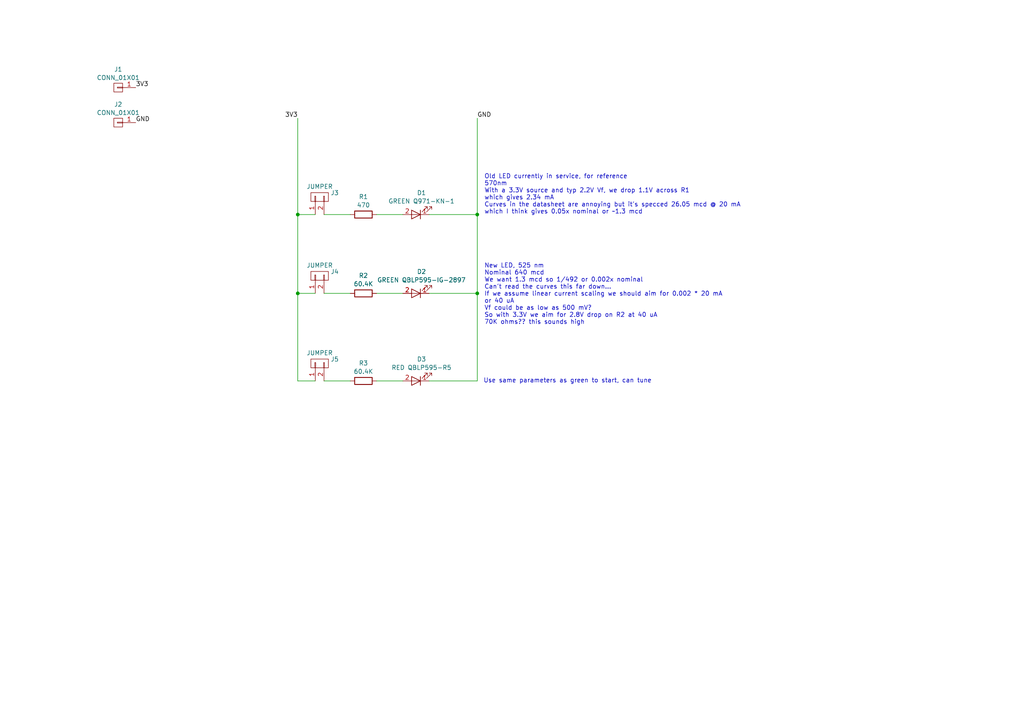
<source format=kicad_sch>
(kicad_sch (version 20231120) (generator "eeschema") (generator_version "8.0")
  (paper "A4")
  (lib_symbols
    (symbol "conn:CONN_01X01" (pin_names (offset 1.016) hide)
      (property "Reference" "J" (at 0 2.54 0))
      (property "Value" "CONN_01X01" (at 2.54 0 90))
      (symbol "CONN_01X01_0_1"
        (rectangle (start -1.27 0.127) (end 0.254 -0.127))
        (rectangle (start -1.27 1.27) (end 1.27 -1.27))
      )
      (symbol "CONN_01X01_1_1"
        (pin passive line (at -5.08 0 0) (length 3.81) (name "P1") (number "1"))
      )
    )
    (symbol "conn:CONN_01X02" (pin_names (offset 1.016) hide)
      (property "Reference" "J" (at 0 3.81 0))
      (property "Value" "CONN_01X02" (at 2.54 0 90))
      (symbol "CONN_01X02_0_1"
        (rectangle (start -1.27 -1.143) (end 0.254 -1.397))
        (rectangle (start -1.27 1.397) (end 0.254 1.143))
        (rectangle (start -1.27 2.54) (end 1.27 -2.54))
      )
      (symbol "CONN_01X02_1_1"
        (pin passive line (at -5.08 1.27 0) (length 3.81) (name "P1") (number "1"))
        (pin passive line (at -5.08 -1.27 0) (length 3.81) (name "P2") (number "2"))
      )
    )
    (symbol "device:LED" (pin_names (offset 1.016) hide)
      (property "Reference" "D" (at 0 2.54 0))
      (property "Value" "LED" (at 0 -2.54 0))
      (symbol "LED_0_1"
        (polyline (pts (xy -1.27 -1.27) (xy -1.27 1.27)) (stroke (width 0.2032)))
        (polyline (pts (xy -1.27 0) (xy 1.27 0)))
        (polyline (pts (xy 1.27 -1.27) (xy 1.27 1.27) (xy -1.27 0) (xy 1.27 -1.27)) (stroke (width 0.2032)))
        (polyline (pts (xy -3.048 -0.762) (xy -4.572 -2.286) (xy -3.81 -2.286) (xy -4.572 -2.286) (xy -4.572 -1.524)))
        (polyline (pts (xy -1.778 -0.762) (xy -3.302 -2.286) (xy -2.54 -2.286) (xy -3.302 -2.286) (xy -3.302 -1.524)))
      )
      (symbol "LED_1_1"
        (pin passive line (at -3.81 0 0) (length 2.54) (name "K") (number "1"))
        (pin passive line (at 3.81 0 180) (length 2.54) (name "A") (number "2"))
      )
    )
    (symbol "device:R" (pin_numbers hide) (pin_names (offset 0))
      (property "Reference" "R" (at 2.032 0 90))
      (property "Value" "R" (at 0 0 90))
      (symbol "R_0_1"
        (rectangle (start -1.016 -2.54) (end 1.016 2.54) (stroke (width 0.254)))
      )
      (symbol "R_1_1"
        (pin passive line (at 0 3.81 270) (length 1.27) (name "~") (number "1"))
        (pin passive line (at 0 -3.81 90) (length 1.27) (name "~") (number "2"))
      )
    )
  )
  (junction (at 86.36 85.09))
  (junction (at 86.36 62.23))
  (junction (at 138.43 62.23))
  (junction (at 138.43 85.09))
  (wire (pts (xy 86.36 62.23) (xy 91.44 62.23)))
  (wire (pts (xy 124.46 62.23) (xy 138.43 62.23)))
  (wire (pts (xy 109.22 110.49) (xy 116.84 110.49)))
  (wire (pts (xy 86.36 85.09) (xy 86.36 110.49)))
  (wire (pts (xy 93.98 62.23) (xy 101.6 62.23)))
  (wire (pts (xy 138.43 62.23) (xy 138.43 85.09)))
  (wire (pts (xy 109.22 85.09) (xy 116.84 85.09)))
  (wire (pts (xy 86.36 110.49) (xy 91.44 110.49)))
  (wire (pts (xy 86.36 85.09) (xy 91.44 85.09)))
  (wire (pts (xy 86.36 62.23) (xy 86.36 85.09)))
  (wire (pts (xy 93.98 85.09) (xy 101.6 85.09)))
  (wire (pts (xy 86.36 34.29) (xy 86.36 62.23)))
  (wire (pts (xy 93.98 110.49) (xy 101.6 110.49)))
  (wire (pts (xy 138.43 85.09) (xy 124.46 85.09)))
  (wire (pts (xy 138.43 34.29) (xy 138.43 62.23)))
  (wire (pts (xy 109.22 62.23) (xy 116.84 62.23)))
  (wire (pts (xy 124.46 110.49) (xy 138.43 110.49)))
  (wire (pts (xy 138.43 110.49) (xy 138.43 85.09)))
  (text "Old LED currently in service, for reference\n570nm\nWith a 3.3V source and typ 2.2V Vf, we drop 1.1V across R1\nwhich gives 2.34 mA\nCurves in the datasheet are annoying but it's specced 26.05 mcd @ 20 mA\nwhich I think gives 0.05x nominal or ~1.3 mcd" (at 140.462 56.388 0) (effects (font (size 1.27 1.27)) (justify left)))
  (text "New LED, 525 nm\nNominal 640 mcd\nWe want 1.3 mcd so 1/492 or 0.002x nominal\nCan't read the curves this far down...\nIf we assume linear current scaling we should aim for 0.002 * 20 mA\nor 40 uA\nVf could be as low as 500 mV?\nSo with 3.3V we aim for 2.8V drop on R2 at 40 uA\n70K ohms?? this sounds high" (at 140.462 85.344 0) (effects (font (size 1.27 1.27)) (justify left)))
  (text "Use same parameters as green to start, can tune" (at 140.208 110.49 0) (effects (font (size 1.27 1.27)) (justify left)))
  (label "3V3" (at 39.37 25.4 0))
  (label "GND" (at 39.37 35.56 0))
  (label "GND" (at 138.43 34.29 0))
  (label "3V3" (at 86.36 34.29 180))
  (symbol (lib_id "conn:CONN_01X02") (at 92.71 57.15 90) (unit 1)
    (property "Reference" "J3" (at 95.885 55.9378 90) (effects (justify right)))
    (property "Value" "JUMPER" (at 88.9 54.102 90) (effects (justify right)))
    (property "Footprint" "azonenberg_pcb:CONN_HEADER_2.54MM_1x2" (effects (hide yes)))
    (property "Description" "Connector, single row, 01x02, pin header" (effects (hide yes)))
  )
  (symbol (lib_id "conn:CONN_01X01") (at 34.29 35.56 0) (mirror y) (unit 1)
    (property "Reference" "J2" (at 34.29 30.2725 0))
    (property "Value" "CONN_01X01" (at 34.29 32.6968 0))
    (property "Footprint" "azonenberg_pcb:TESTPOINT_SMT_KEYSTONE_5016" (effects (hide yes)))
    (property "Description" "Connector, single row, 01x01, pin header" (effects (hide yes)))
  )
  (symbol (lib_id "conn:CONN_01X02") (at 92.71 105.41 90) (unit 1)
    (property "Reference" "J5" (at 95.885 104.1978 90) (effects (justify right)))
    (property "Value" "JUMPER" (at 88.9 102.362 90) (effects (justify right)))
    (property "Footprint" "azonenberg_pcb:CONN_HEADER_2.54MM_1x2" (effects (hide yes)))
    (property "Description" "Connector, single row, 01x02, pin header" (effects (hide yes)))
  )
  (symbol (lib_id "device:LED") (at 120.65 85.09 180) (unit 1)
    (property "Reference" "D2" (at 122.2502 78.7865 0))
    (property "Value" "GREEN QBLP595-IG-2897" (at 122.2502 81.2108 0))
    (property "Footprint" "azonenberg_pcb:EIA_0402_LED" (effects (hide yes)))
    (property "Description" "LED generic" (effects (hide yes)))
  )
  (symbol (lib_id "device:LED") (at 120.65 62.23 180) (unit 1)
    (property "Reference" "D1" (at 122.2502 55.9265 0))
    (property "Value" "GREEN Q971-KN-1" (at 122.2502 58.3508 0))
    (property "Footprint" "azonenberg_pcb:EIA_0603_LED" (effects (hide yes)))
    (property "Description" "LED generic" (effects (hide yes)))
  )
  (symbol (lib_id "device:LED") (at 120.65 110.49 180) (unit 1)
    (property "Reference" "D3" (at 122.2502 104.1865 0))
    (property "Value" "RED QBLP595-R5" (at 122.2502 106.6108 0))
    (property "Footprint" "azonenberg_pcb:EIA_0402_LED" (effects (hide yes)))
    (property "Description" "LED generic" (effects (hide yes)))
  )
  (symbol (lib_id "device:R") (at 105.41 62.23 90) (unit 1)
    (property "Reference" "R1" (at 105.41 57.0695 90))
    (property "Value" "470" (at 105.41 59.4938 90))
    (property "Footprint" "azonenberg_pcb:EIA_0402_RES_NOSILK" (effects (hide yes)))
    (property "Description" "Resistor" (effects (hide yes)))
  )
  (symbol (lib_id "device:R") (at 105.41 110.49 90) (unit 1)
    (property "Reference" "R3" (at 105.41 105.3295 90))
    (property "Value" "60.4K" (at 105.41 107.7538 90))
    (property "Footprint" "azonenberg_pcb:EIA_0402_RES_NOSILK" (effects (hide yes)))
    (property "Description" "Resistor" (effects (hide yes)))
  )
  (symbol (lib_id "conn:CONN_01X01") (at 34.29 25.4 0) (mirror y) (unit 1)
    (property "Reference" "J1" (at 34.29 20.1125 0))
    (property "Value" "CONN_01X01" (at 34.29 22.5368 0))
    (property "Footprint" "azonenberg_pcb:TESTPOINT_SMT_KEYSTONE_5016" (effects (hide yes)))
    (property "Description" "Connector, single row, 01x01, pin header" (effects (hide yes)))
  )
  (symbol (lib_id "device:R") (at 105.41 85.09 90) (unit 1)
    (property "Reference" "R2" (at 105.41 79.9295 90))
    (property "Value" "60.4K" (at 105.41 82.3538 90))
    (property "Footprint" "azonenberg_pcb:EIA_0402_RES_NOSILK" (effects (hide yes)))
    (property "Description" "Resistor" (effects (hide yes)))
  )
  (symbol (lib_id "conn:CONN_01X02") (at 92.71 80.01 90) (unit 1)
    (property "Reference" "J4" (at 95.885 78.7978 90) (effects (justify right)))
    (property "Value" "JUMPER" (at 88.9 76.962 90) (effects (justify right)))
    (property "Footprint" "azonenberg_pcb:CONN_HEADER_2.54MM_1x2" (effects (hide yes)))
    (property "Description" "Connector, single row, 01x02, pin header" (effects (hide yes)))
  )
)
</source>
